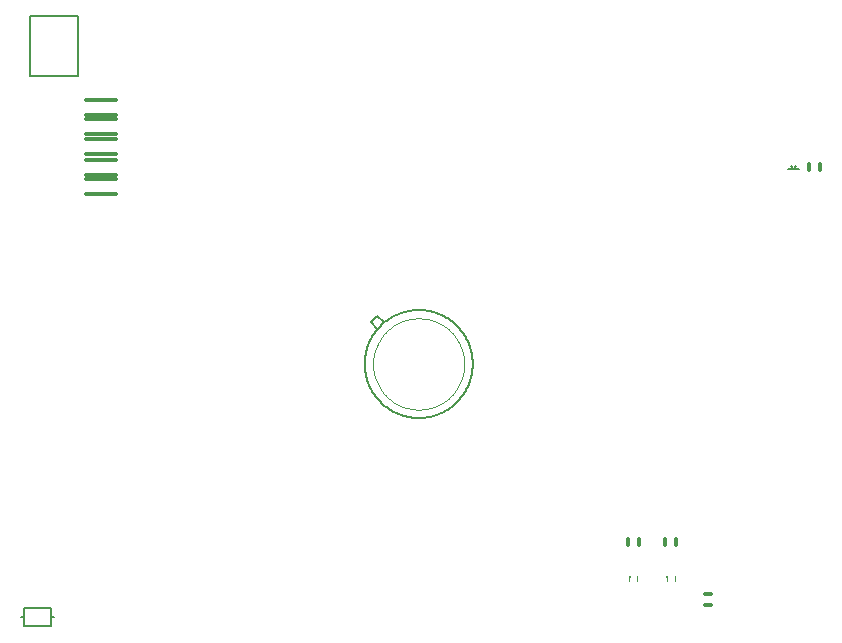
<source format=gbo>
G75*
%MOIN*%
%OFA0B0*%
%FSLAX25Y25*%
%IPPOS*%
%LPD*%
%AMOC8*
5,1,8,0,0,1.08239X$1,22.5*
%
%ADD10C,0.01200*%
%ADD11C,0.00800*%
%ADD12C,0.00500*%
%ADD13C,0.00200*%
%ADD14C,0.00400*%
%ADD15R,0.00886X0.00984*%
D10*
X0041300Y0158300D02*
X0051300Y0158300D01*
X0051300Y0163300D02*
X0041300Y0163300D01*
X0041300Y0164800D02*
X0051300Y0164800D01*
X0051300Y0169800D02*
X0041300Y0169800D01*
X0041300Y0171800D02*
X0051300Y0171800D01*
X0051300Y0176800D02*
X0041300Y0176800D01*
X0041300Y0178300D02*
X0051300Y0178300D01*
X0051300Y0183300D02*
X0041300Y0183300D01*
X0041300Y0184800D02*
X0051300Y0184800D01*
X0051300Y0189800D02*
X0041300Y0189800D01*
X0221900Y0043300D02*
X0221900Y0041300D01*
X0225700Y0041300D02*
X0225700Y0043300D01*
X0234400Y0043300D02*
X0234400Y0041300D01*
X0238200Y0041300D02*
X0238200Y0043300D01*
X0247800Y0025200D02*
X0249800Y0025200D01*
X0249800Y0021400D02*
X0247800Y0021400D01*
X0282400Y0166300D02*
X0282400Y0168300D01*
X0286200Y0168300D02*
X0286200Y0166300D01*
D11*
X0020812Y0017300D02*
X0020812Y0014300D01*
X0029788Y0014300D01*
X0029788Y0017300D01*
X0030788Y0017300D01*
X0029788Y0017300D02*
X0029788Y0020300D01*
X0020812Y0020300D01*
X0020812Y0017300D01*
X0019812Y0017300D01*
X0275489Y0166631D02*
X0277300Y0166631D01*
X0278220Y0167851D01*
X0279111Y0166631D02*
X0277300Y0166631D01*
X0277200Y0166691D02*
X0276440Y0167851D01*
D12*
X0134300Y0101800D02*
X0134305Y0102242D01*
X0134322Y0102683D01*
X0134349Y0103124D01*
X0134387Y0103564D01*
X0134435Y0104003D01*
X0134495Y0104441D01*
X0134565Y0104877D01*
X0134646Y0105312D01*
X0134737Y0105744D01*
X0134839Y0106174D01*
X0134952Y0106601D01*
X0135075Y0107025D01*
X0135208Y0107446D01*
X0135352Y0107864D01*
X0135506Y0108278D01*
X0135670Y0108688D01*
X0135844Y0109094D01*
X0136028Y0109496D01*
X0136222Y0109893D01*
X0136425Y0110285D01*
X0136638Y0110672D01*
X0136861Y0111054D01*
X0137093Y0111430D01*
X0137334Y0111800D01*
X0137583Y0112165D01*
X0137842Y0112523D01*
X0138110Y0112874D01*
X0138386Y0113219D01*
X0138670Y0113557D01*
X0138963Y0113888D01*
X0139264Y0114212D01*
X0139572Y0114528D01*
X0139888Y0114836D01*
X0140212Y0115137D01*
X0140543Y0115430D01*
X0140881Y0115714D01*
X0141226Y0115990D01*
X0141577Y0116258D01*
X0141935Y0116517D01*
X0142300Y0116766D01*
X0142670Y0117007D01*
X0143046Y0117239D01*
X0143428Y0117462D01*
X0143815Y0117675D01*
X0144207Y0117878D01*
X0144604Y0118072D01*
X0145006Y0118256D01*
X0145412Y0118430D01*
X0145822Y0118594D01*
X0146236Y0118748D01*
X0146654Y0118892D01*
X0147075Y0119025D01*
X0147499Y0119148D01*
X0147926Y0119261D01*
X0148356Y0119363D01*
X0148788Y0119454D01*
X0149223Y0119535D01*
X0149659Y0119605D01*
X0150097Y0119665D01*
X0150536Y0119713D01*
X0150976Y0119751D01*
X0151417Y0119778D01*
X0151858Y0119795D01*
X0152300Y0119800D01*
X0152742Y0119795D01*
X0153183Y0119778D01*
X0153624Y0119751D01*
X0154064Y0119713D01*
X0154503Y0119665D01*
X0154941Y0119605D01*
X0155377Y0119535D01*
X0155812Y0119454D01*
X0156244Y0119363D01*
X0156674Y0119261D01*
X0157101Y0119148D01*
X0157525Y0119025D01*
X0157946Y0118892D01*
X0158364Y0118748D01*
X0158778Y0118594D01*
X0159188Y0118430D01*
X0159594Y0118256D01*
X0159996Y0118072D01*
X0160393Y0117878D01*
X0160785Y0117675D01*
X0161172Y0117462D01*
X0161554Y0117239D01*
X0161930Y0117007D01*
X0162300Y0116766D01*
X0162665Y0116517D01*
X0163023Y0116258D01*
X0163374Y0115990D01*
X0163719Y0115714D01*
X0164057Y0115430D01*
X0164388Y0115137D01*
X0164712Y0114836D01*
X0165028Y0114528D01*
X0165336Y0114212D01*
X0165637Y0113888D01*
X0165930Y0113557D01*
X0166214Y0113219D01*
X0166490Y0112874D01*
X0166758Y0112523D01*
X0167017Y0112165D01*
X0167266Y0111800D01*
X0167507Y0111430D01*
X0167739Y0111054D01*
X0167962Y0110672D01*
X0168175Y0110285D01*
X0168378Y0109893D01*
X0168572Y0109496D01*
X0168756Y0109094D01*
X0168930Y0108688D01*
X0169094Y0108278D01*
X0169248Y0107864D01*
X0169392Y0107446D01*
X0169525Y0107025D01*
X0169648Y0106601D01*
X0169761Y0106174D01*
X0169863Y0105744D01*
X0169954Y0105312D01*
X0170035Y0104877D01*
X0170105Y0104441D01*
X0170165Y0104003D01*
X0170213Y0103564D01*
X0170251Y0103124D01*
X0170278Y0102683D01*
X0170295Y0102242D01*
X0170300Y0101800D01*
X0170295Y0101358D01*
X0170278Y0100917D01*
X0170251Y0100476D01*
X0170213Y0100036D01*
X0170165Y0099597D01*
X0170105Y0099159D01*
X0170035Y0098723D01*
X0169954Y0098288D01*
X0169863Y0097856D01*
X0169761Y0097426D01*
X0169648Y0096999D01*
X0169525Y0096575D01*
X0169392Y0096154D01*
X0169248Y0095736D01*
X0169094Y0095322D01*
X0168930Y0094912D01*
X0168756Y0094506D01*
X0168572Y0094104D01*
X0168378Y0093707D01*
X0168175Y0093315D01*
X0167962Y0092928D01*
X0167739Y0092546D01*
X0167507Y0092170D01*
X0167266Y0091800D01*
X0167017Y0091435D01*
X0166758Y0091077D01*
X0166490Y0090726D01*
X0166214Y0090381D01*
X0165930Y0090043D01*
X0165637Y0089712D01*
X0165336Y0089388D01*
X0165028Y0089072D01*
X0164712Y0088764D01*
X0164388Y0088463D01*
X0164057Y0088170D01*
X0163719Y0087886D01*
X0163374Y0087610D01*
X0163023Y0087342D01*
X0162665Y0087083D01*
X0162300Y0086834D01*
X0161930Y0086593D01*
X0161554Y0086361D01*
X0161172Y0086138D01*
X0160785Y0085925D01*
X0160393Y0085722D01*
X0159996Y0085528D01*
X0159594Y0085344D01*
X0159188Y0085170D01*
X0158778Y0085006D01*
X0158364Y0084852D01*
X0157946Y0084708D01*
X0157525Y0084575D01*
X0157101Y0084452D01*
X0156674Y0084339D01*
X0156244Y0084237D01*
X0155812Y0084146D01*
X0155377Y0084065D01*
X0154941Y0083995D01*
X0154503Y0083935D01*
X0154064Y0083887D01*
X0153624Y0083849D01*
X0153183Y0083822D01*
X0152742Y0083805D01*
X0152300Y0083800D01*
X0151858Y0083805D01*
X0151417Y0083822D01*
X0150976Y0083849D01*
X0150536Y0083887D01*
X0150097Y0083935D01*
X0149659Y0083995D01*
X0149223Y0084065D01*
X0148788Y0084146D01*
X0148356Y0084237D01*
X0147926Y0084339D01*
X0147499Y0084452D01*
X0147075Y0084575D01*
X0146654Y0084708D01*
X0146236Y0084852D01*
X0145822Y0085006D01*
X0145412Y0085170D01*
X0145006Y0085344D01*
X0144604Y0085528D01*
X0144207Y0085722D01*
X0143815Y0085925D01*
X0143428Y0086138D01*
X0143046Y0086361D01*
X0142670Y0086593D01*
X0142300Y0086834D01*
X0141935Y0087083D01*
X0141577Y0087342D01*
X0141226Y0087610D01*
X0140881Y0087886D01*
X0140543Y0088170D01*
X0140212Y0088463D01*
X0139888Y0088764D01*
X0139572Y0089072D01*
X0139264Y0089388D01*
X0138963Y0089712D01*
X0138670Y0090043D01*
X0138386Y0090381D01*
X0138110Y0090726D01*
X0137842Y0091077D01*
X0137583Y0091435D01*
X0137334Y0091800D01*
X0137093Y0092170D01*
X0136861Y0092546D01*
X0136638Y0092928D01*
X0136425Y0093315D01*
X0136222Y0093707D01*
X0136028Y0094104D01*
X0135844Y0094506D01*
X0135670Y0094912D01*
X0135506Y0095322D01*
X0135352Y0095736D01*
X0135208Y0096154D01*
X0135075Y0096575D01*
X0134952Y0096999D01*
X0134839Y0097426D01*
X0134737Y0097856D01*
X0134646Y0098288D01*
X0134565Y0098723D01*
X0134495Y0099159D01*
X0134435Y0099597D01*
X0134387Y0100036D01*
X0134349Y0100476D01*
X0134322Y0100917D01*
X0134305Y0101358D01*
X0134300Y0101800D01*
X0138500Y0113600D02*
X0136400Y0115700D01*
X0138500Y0117800D01*
X0140600Y0115700D01*
X0038800Y0197800D02*
X0038800Y0217800D01*
X0022800Y0217800D01*
X0022800Y0197800D01*
X0038800Y0197800D01*
D13*
X0137100Y0101800D02*
X0137105Y0102173D01*
X0137118Y0102546D01*
X0137141Y0102918D01*
X0137173Y0103290D01*
X0137214Y0103661D01*
X0137265Y0104030D01*
X0137324Y0104399D01*
X0137392Y0104765D01*
X0137469Y0105130D01*
X0137556Y0105493D01*
X0137651Y0105854D01*
X0137755Y0106212D01*
X0137867Y0106568D01*
X0137989Y0106921D01*
X0138119Y0107270D01*
X0138257Y0107617D01*
X0138404Y0107960D01*
X0138559Y0108299D01*
X0138723Y0108634D01*
X0138895Y0108965D01*
X0139075Y0109292D01*
X0139263Y0109614D01*
X0139458Y0109932D01*
X0139662Y0110245D01*
X0139873Y0110552D01*
X0140091Y0110855D01*
X0140317Y0111152D01*
X0140550Y0111443D01*
X0140790Y0111728D01*
X0141038Y0112008D01*
X0141291Y0112281D01*
X0141552Y0112548D01*
X0141819Y0112809D01*
X0142092Y0113062D01*
X0142372Y0113310D01*
X0142657Y0113550D01*
X0142948Y0113783D01*
X0143245Y0114009D01*
X0143548Y0114227D01*
X0143855Y0114438D01*
X0144168Y0114642D01*
X0144486Y0114837D01*
X0144808Y0115025D01*
X0145135Y0115205D01*
X0145466Y0115377D01*
X0145801Y0115541D01*
X0146140Y0115696D01*
X0146483Y0115843D01*
X0146830Y0115981D01*
X0147179Y0116111D01*
X0147532Y0116233D01*
X0147888Y0116345D01*
X0148246Y0116449D01*
X0148607Y0116544D01*
X0148970Y0116631D01*
X0149335Y0116708D01*
X0149701Y0116776D01*
X0150070Y0116835D01*
X0150439Y0116886D01*
X0150810Y0116927D01*
X0151182Y0116959D01*
X0151554Y0116982D01*
X0151927Y0116995D01*
X0152300Y0117000D01*
X0152673Y0116995D01*
X0153046Y0116982D01*
X0153418Y0116959D01*
X0153790Y0116927D01*
X0154161Y0116886D01*
X0154530Y0116835D01*
X0154899Y0116776D01*
X0155265Y0116708D01*
X0155630Y0116631D01*
X0155993Y0116544D01*
X0156354Y0116449D01*
X0156712Y0116345D01*
X0157068Y0116233D01*
X0157421Y0116111D01*
X0157770Y0115981D01*
X0158117Y0115843D01*
X0158460Y0115696D01*
X0158799Y0115541D01*
X0159134Y0115377D01*
X0159465Y0115205D01*
X0159792Y0115025D01*
X0160114Y0114837D01*
X0160432Y0114642D01*
X0160745Y0114438D01*
X0161052Y0114227D01*
X0161355Y0114009D01*
X0161652Y0113783D01*
X0161943Y0113550D01*
X0162228Y0113310D01*
X0162508Y0113062D01*
X0162781Y0112809D01*
X0163048Y0112548D01*
X0163309Y0112281D01*
X0163562Y0112008D01*
X0163810Y0111728D01*
X0164050Y0111443D01*
X0164283Y0111152D01*
X0164509Y0110855D01*
X0164727Y0110552D01*
X0164938Y0110245D01*
X0165142Y0109932D01*
X0165337Y0109614D01*
X0165525Y0109292D01*
X0165705Y0108965D01*
X0165877Y0108634D01*
X0166041Y0108299D01*
X0166196Y0107960D01*
X0166343Y0107617D01*
X0166481Y0107270D01*
X0166611Y0106921D01*
X0166733Y0106568D01*
X0166845Y0106212D01*
X0166949Y0105854D01*
X0167044Y0105493D01*
X0167131Y0105130D01*
X0167208Y0104765D01*
X0167276Y0104399D01*
X0167335Y0104030D01*
X0167386Y0103661D01*
X0167427Y0103290D01*
X0167459Y0102918D01*
X0167482Y0102546D01*
X0167495Y0102173D01*
X0167500Y0101800D01*
X0167495Y0101427D01*
X0167482Y0101054D01*
X0167459Y0100682D01*
X0167427Y0100310D01*
X0167386Y0099939D01*
X0167335Y0099570D01*
X0167276Y0099201D01*
X0167208Y0098835D01*
X0167131Y0098470D01*
X0167044Y0098107D01*
X0166949Y0097746D01*
X0166845Y0097388D01*
X0166733Y0097032D01*
X0166611Y0096679D01*
X0166481Y0096330D01*
X0166343Y0095983D01*
X0166196Y0095640D01*
X0166041Y0095301D01*
X0165877Y0094966D01*
X0165705Y0094635D01*
X0165525Y0094308D01*
X0165337Y0093986D01*
X0165142Y0093668D01*
X0164938Y0093355D01*
X0164727Y0093048D01*
X0164509Y0092745D01*
X0164283Y0092448D01*
X0164050Y0092157D01*
X0163810Y0091872D01*
X0163562Y0091592D01*
X0163309Y0091319D01*
X0163048Y0091052D01*
X0162781Y0090791D01*
X0162508Y0090538D01*
X0162228Y0090290D01*
X0161943Y0090050D01*
X0161652Y0089817D01*
X0161355Y0089591D01*
X0161052Y0089373D01*
X0160745Y0089162D01*
X0160432Y0088958D01*
X0160114Y0088763D01*
X0159792Y0088575D01*
X0159465Y0088395D01*
X0159134Y0088223D01*
X0158799Y0088059D01*
X0158460Y0087904D01*
X0158117Y0087757D01*
X0157770Y0087619D01*
X0157421Y0087489D01*
X0157068Y0087367D01*
X0156712Y0087255D01*
X0156354Y0087151D01*
X0155993Y0087056D01*
X0155630Y0086969D01*
X0155265Y0086892D01*
X0154899Y0086824D01*
X0154530Y0086765D01*
X0154161Y0086714D01*
X0153790Y0086673D01*
X0153418Y0086641D01*
X0153046Y0086618D01*
X0152673Y0086605D01*
X0152300Y0086600D01*
X0151927Y0086605D01*
X0151554Y0086618D01*
X0151182Y0086641D01*
X0150810Y0086673D01*
X0150439Y0086714D01*
X0150070Y0086765D01*
X0149701Y0086824D01*
X0149335Y0086892D01*
X0148970Y0086969D01*
X0148607Y0087056D01*
X0148246Y0087151D01*
X0147888Y0087255D01*
X0147532Y0087367D01*
X0147179Y0087489D01*
X0146830Y0087619D01*
X0146483Y0087757D01*
X0146140Y0087904D01*
X0145801Y0088059D01*
X0145466Y0088223D01*
X0145135Y0088395D01*
X0144808Y0088575D01*
X0144486Y0088763D01*
X0144168Y0088958D01*
X0143855Y0089162D01*
X0143548Y0089373D01*
X0143245Y0089591D01*
X0142948Y0089817D01*
X0142657Y0090050D01*
X0142372Y0090290D01*
X0142092Y0090538D01*
X0141819Y0090791D01*
X0141552Y0091052D01*
X0141291Y0091319D01*
X0141038Y0091592D01*
X0140790Y0091872D01*
X0140550Y0092157D01*
X0140317Y0092448D01*
X0140091Y0092745D01*
X0139873Y0093048D01*
X0139662Y0093355D01*
X0139458Y0093668D01*
X0139263Y0093986D01*
X0139075Y0094308D01*
X0138895Y0094635D01*
X0138723Y0094966D01*
X0138559Y0095301D01*
X0138404Y0095640D01*
X0138257Y0095983D01*
X0138119Y0096330D01*
X0137989Y0096679D01*
X0137867Y0097032D01*
X0137755Y0097388D01*
X0137651Y0097746D01*
X0137556Y0098107D01*
X0137469Y0098470D01*
X0137392Y0098835D01*
X0137324Y0099201D01*
X0137265Y0099570D01*
X0137214Y0099939D01*
X0137173Y0100310D01*
X0137141Y0100682D01*
X0137118Y0101054D01*
X0137105Y0101427D01*
X0137100Y0101800D01*
D14*
X0222422Y0031087D02*
X0222422Y0029513D01*
X0225178Y0029513D02*
X0225178Y0031087D01*
X0234922Y0031087D02*
X0234922Y0029513D01*
X0237678Y0029513D02*
X0237678Y0031087D01*
D15*
X0235168Y0030792D03*
X0222668Y0030792D03*
M02*

</source>
